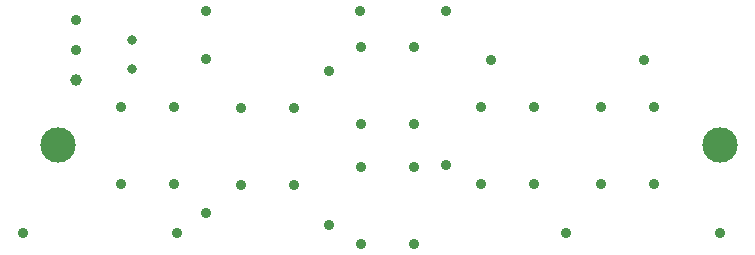
<source format=gbr>
G04 Generated by Ultiboard 13.0 *
%FSLAX34Y34*%
%MOMM*%

%ADD11C,3.0000*%
%ADD12C,0.9000*%
%ADD13C,0.8890*%
%ADD14C,0.9949*%
%ADD15C,0.8000*%


G04 ColorRGB 000000 for the following layer *
%LNDrill-Copper Top-Copper Bottom*%
%LPD*%
G54D11*
X50000Y95000D03*
X610000Y95000D03*
G54D12*
X305260Y208280D03*
X175260Y208280D03*
X150320Y20320D03*
X20320Y20320D03*
X480060Y20620D03*
X610060Y20620D03*
X279400Y27480D03*
X279400Y157480D03*
X175260Y37640D03*
X175260Y167640D03*
X378460Y78280D03*
X378460Y208280D03*
X546100Y167340D03*
X416100Y167340D03*
G54D13*
X351073Y76893D03*
X306200Y76893D03*
X351073Y11700D03*
X306200Y11700D03*
X351073Y178493D03*
X306200Y178493D03*
X351073Y113300D03*
X306200Y113300D03*
X147873Y127693D03*
X103000Y127693D03*
X147873Y62500D03*
X103000Y62500D03*
X64516Y175260D03*
X64516Y200660D03*
X249473Y126153D03*
X204600Y126153D03*
X249473Y60960D03*
X204600Y60960D03*
X452673Y127693D03*
X407800Y127693D03*
X452673Y62500D03*
X407800Y62500D03*
X554273Y127693D03*
X509400Y127693D03*
X554273Y62500D03*
X509400Y62500D03*
G54D14*
X64516Y149860D03*
G54D15*
X112300Y159520D03*
X112300Y184520D03*

M02*

</source>
